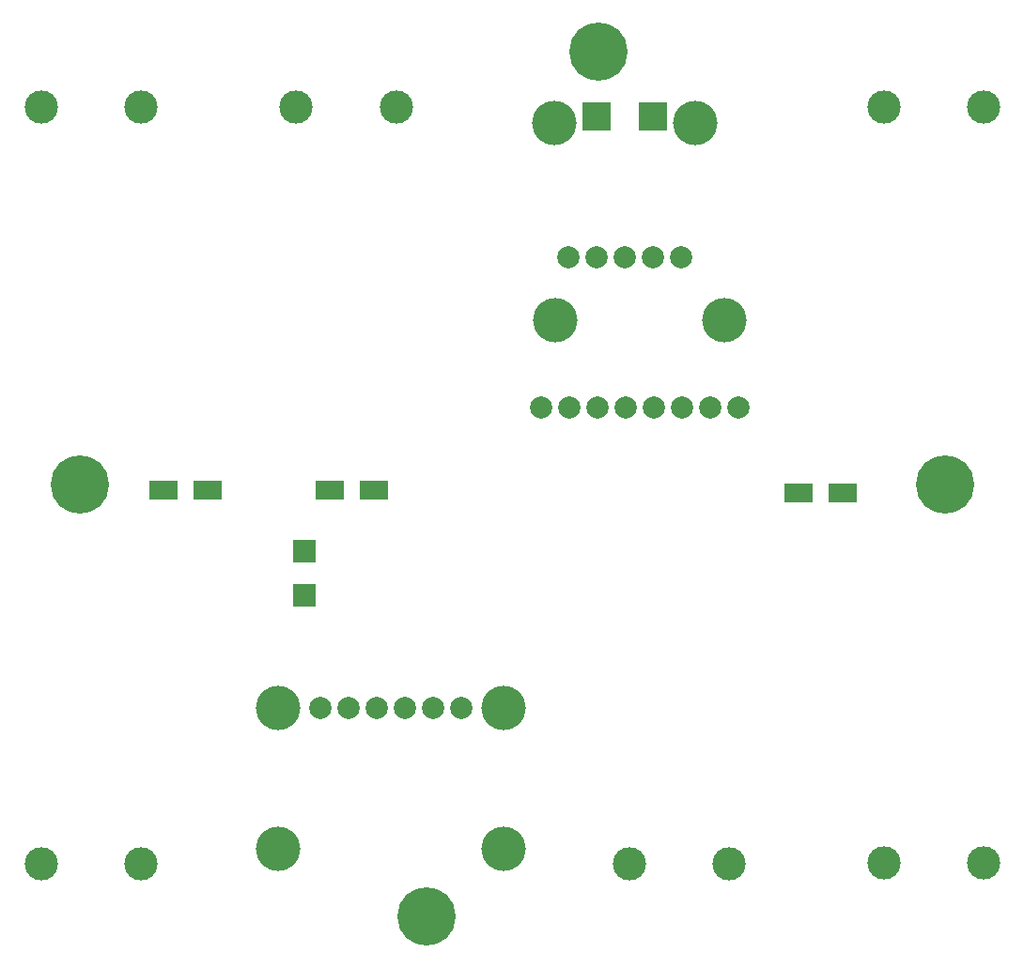
<source format=gbr>
%TF.GenerationSoftware,KiCad,Pcbnew,(5.1.10)-1*%
%TF.CreationDate,2022-06-07T20:21:30-07:00*%
%TF.ProjectId,solar-panel-side-Z,736f6c61-722d-4706-916e-656c2d736964,1.1*%
%TF.SameCoordinates,Original*%
%TF.FileFunction,Soldermask,Top*%
%TF.FilePolarity,Negative*%
%FSLAX46Y46*%
G04 Gerber Fmt 4.6, Leading zero omitted, Abs format (unit mm)*
G04 Created by KiCad (PCBNEW (5.1.10)-1) date 2022-06-07 20:21:30*
%MOMM*%
%LPD*%
G01*
G04 APERTURE LIST*
%ADD10R,2.000000X2.000000*%
%ADD11C,4.000000*%
%ADD12C,2.000000*%
%ADD13C,5.250000*%
%ADD14R,2.500000X1.700000*%
%ADD15R,2.500000X2.500000*%
%ADD16C,3.000000*%
G04 APERTURE END LIST*
D10*
%TO.C,J7*%
X130750000Y-95000000D03*
%TD*%
%TO.C,J6*%
X130750000Y-91000000D03*
%TD*%
D11*
%TO.C,U1*%
X128340000Y-105150000D03*
D12*
X137230000Y-105150000D03*
X134690000Y-105150000D03*
X132150000Y-105150000D03*
X144850000Y-105150000D03*
X139770000Y-105150000D03*
X142310000Y-105150000D03*
D11*
X148660000Y-105150000D03*
X128340000Y-117850000D03*
X148660000Y-117850000D03*
%TD*%
D13*
%TO.C,J5*%
X188500000Y-85000000D03*
%TD*%
%TO.C,J4*%
X157250000Y-46000000D03*
%TD*%
%TO.C,J3*%
X141750000Y-124000000D03*
%TD*%
%TO.C,J2*%
X110500000Y-85000000D03*
%TD*%
D14*
%TO.C,D3*%
X179250000Y-85750000D03*
X175250000Y-85750000D03*
%TD*%
%TO.C,D2*%
X137000000Y-85500000D03*
X133000000Y-85500000D03*
%TD*%
%TO.C,D1*%
X118000000Y-85500000D03*
X122000000Y-85500000D03*
%TD*%
D11*
%TO.C,U3*%
X153380000Y-70190000D03*
X168620000Y-70190000D03*
D12*
X157190000Y-78064000D03*
X159730000Y-78064000D03*
X152110000Y-78064000D03*
X154650000Y-78064000D03*
X169890000Y-78064000D03*
X167350000Y-78064000D03*
X164810000Y-78064000D03*
X162270000Y-78064000D03*
%TD*%
D15*
%TO.C,U2*%
X162190000Y-51800000D03*
X157110000Y-51800000D03*
D11*
X166000000Y-52435000D03*
X153300000Y-52435000D03*
D12*
X154570000Y-64500000D03*
X157110000Y-64500000D03*
X164730000Y-64500000D03*
X162190000Y-64500000D03*
X159650000Y-64500000D03*
%TD*%
D16*
%TO.C,SC5*%
X191952000Y-51008000D03*
X182952000Y-51008000D03*
%TD*%
%TO.C,SC4*%
X169000000Y-119250000D03*
X160000000Y-119250000D03*
%TD*%
%TO.C,SC6*%
X191952000Y-119172000D03*
X182952000Y-119172000D03*
%TD*%
%TO.C,SC3*%
X130000000Y-51000000D03*
X139000000Y-51000000D03*
%TD*%
%TO.C,SC2*%
X107006000Y-119250000D03*
X116006000Y-119250000D03*
%TD*%
%TO.C,SC1*%
X116006000Y-51008000D03*
X107006000Y-51008000D03*
%TD*%
M02*

</source>
